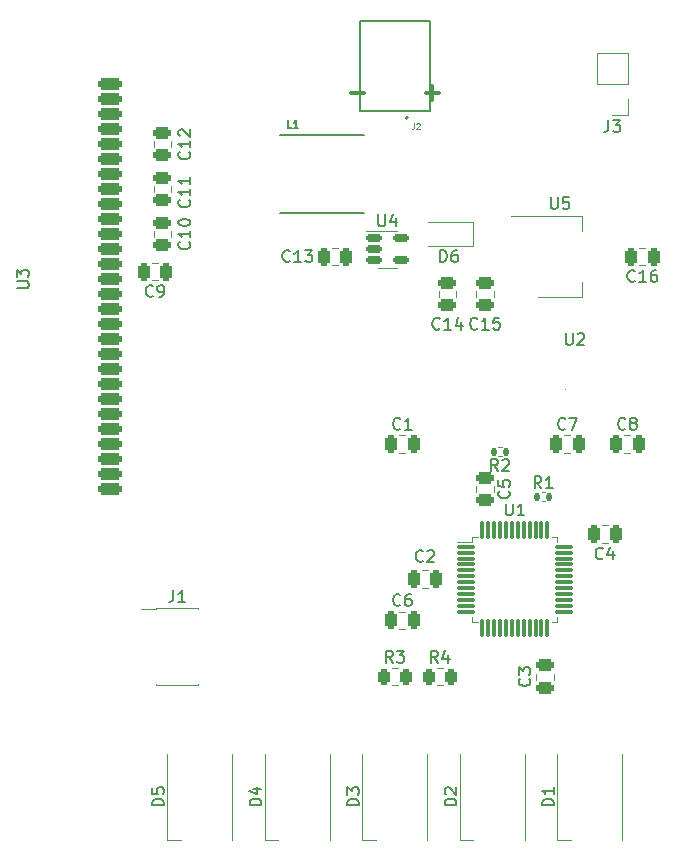
<source format=gto>
%TF.GenerationSoftware,KiCad,Pcbnew,(6.0.2)*%
%TF.CreationDate,2023-04-06T22:37:42-04:00*%
%TF.ProjectId,skydiving-altimeter,736b7964-6976-4696-9e67-2d616c74696d,rev?*%
%TF.SameCoordinates,Original*%
%TF.FileFunction,Legend,Top*%
%TF.FilePolarity,Positive*%
%FSLAX46Y46*%
G04 Gerber Fmt 4.6, Leading zero omitted, Abs format (unit mm)*
G04 Created by KiCad (PCBNEW (6.0.2)) date 2023-04-06 22:37:42*
%MOMM*%
%LPD*%
G01*
G04 APERTURE LIST*
G04 Aperture macros list*
%AMRoundRect*
0 Rectangle with rounded corners*
0 $1 Rounding radius*
0 $2 $3 $4 $5 $6 $7 $8 $9 X,Y pos of 4 corners*
0 Add a 4 corners polygon primitive as box body*
4,1,4,$2,$3,$4,$5,$6,$7,$8,$9,$2,$3,0*
0 Add four circle primitives for the rounded corners*
1,1,$1+$1,$2,$3*
1,1,$1+$1,$4,$5*
1,1,$1+$1,$6,$7*
1,1,$1+$1,$8,$9*
0 Add four rect primitives between the rounded corners*
20,1,$1+$1,$2,$3,$4,$5,0*
20,1,$1+$1,$4,$5,$6,$7,0*
20,1,$1+$1,$6,$7,$8,$9,0*
20,1,$1+$1,$8,$9,$2,$3,0*%
G04 Aperture macros list end*
%ADD10C,0.300000*%
%ADD11C,0.150000*%
%ADD12C,0.120000*%
%ADD13C,0.127000*%
%ADD14C,0.200000*%
%ADD15R,2.000000X1.500000*%
%ADD16R,2.000000X3.800000*%
%ADD17RoundRect,0.150000X-0.512500X-0.150000X0.512500X-0.150000X0.512500X0.150000X-0.512500X0.150000X0*%
%ADD18R,2.350000X3.500000*%
%ADD19R,1.700000X1.700000*%
%ADD20O,1.700000X1.700000*%
%ADD21C,1.308000*%
%ADD22R,1.308000X1.308000*%
%ADD23R,1.100000X1.100000*%
%ADD24RoundRect,0.250000X0.250000X0.475000X-0.250000X0.475000X-0.250000X-0.475000X0.250000X-0.475000X0*%
%ADD25RoundRect,0.250000X-0.475000X0.250000X-0.475000X-0.250000X0.475000X-0.250000X0.475000X0.250000X0*%
%ADD26R,1.000000X1.500000*%
%ADD27RoundRect,0.250000X-0.250000X-0.475000X0.250000X-0.475000X0.250000X0.475000X-0.250000X0.475000X0*%
%ADD28RoundRect,0.135000X-0.135000X-0.185000X0.135000X-0.185000X0.135000X0.185000X-0.135000X0.185000X0*%
%ADD29RoundRect,0.135000X0.135000X0.185000X-0.135000X0.185000X-0.135000X-0.185000X0.135000X-0.185000X0*%
%ADD30RoundRect,0.250000X0.475000X-0.250000X0.475000X0.250000X-0.475000X0.250000X-0.475000X-0.250000X0*%
%ADD31R,0.325000X0.300000*%
%ADD32R,0.300000X0.325000*%
%ADD33RoundRect,0.250000X-0.262500X-0.450000X0.262500X-0.450000X0.262500X0.450000X-0.262500X0.450000X0*%
%ADD34RoundRect,0.075000X-0.662500X-0.075000X0.662500X-0.075000X0.662500X0.075000X-0.662500X0.075000X0*%
%ADD35RoundRect,0.075000X-0.075000X-0.662500X0.075000X-0.662500X0.075000X0.662500X-0.075000X0.662500X0*%
%ADD36RoundRect,0.250000X0.750000X-0.250000X0.750000X0.250000X-0.750000X0.250000X-0.750000X-0.250000X0*%
%ADD37R,2.400000X0.740000*%
G04 APERTURE END LIST*
D10*
X102298571Y-58527142D02*
X103441428Y-58527142D01*
X108648571Y-58527142D02*
X109791428Y-58527142D01*
X109220000Y-59098571D02*
X109220000Y-57955714D01*
D11*
%TO.C,U5*%
X119253095Y-67342380D02*
X119253095Y-68151904D01*
X119300714Y-68247142D01*
X119348333Y-68294761D01*
X119443571Y-68342380D01*
X119634047Y-68342380D01*
X119729285Y-68294761D01*
X119776904Y-68247142D01*
X119824523Y-68151904D01*
X119824523Y-67342380D01*
X120776904Y-67342380D02*
X120300714Y-67342380D01*
X120253095Y-67818571D01*
X120300714Y-67770952D01*
X120395952Y-67723333D01*
X120634047Y-67723333D01*
X120729285Y-67770952D01*
X120776904Y-67818571D01*
X120824523Y-67913809D01*
X120824523Y-68151904D01*
X120776904Y-68247142D01*
X120729285Y-68294761D01*
X120634047Y-68342380D01*
X120395952Y-68342380D01*
X120300714Y-68294761D01*
X120253095Y-68247142D01*
%TO.C,U4*%
X104648095Y-68807380D02*
X104648095Y-69616904D01*
X104695714Y-69712142D01*
X104743333Y-69759761D01*
X104838571Y-69807380D01*
X105029047Y-69807380D01*
X105124285Y-69759761D01*
X105171904Y-69712142D01*
X105219523Y-69616904D01*
X105219523Y-68807380D01*
X106124285Y-69140714D02*
X106124285Y-69807380D01*
X105886190Y-68759761D02*
X105648095Y-69474047D01*
X106267142Y-69474047D01*
%TO.C,L1*%
X97320333Y-61488123D02*
X97015571Y-61488123D01*
X97015571Y-60848123D01*
X97868904Y-61488123D02*
X97503190Y-61488123D01*
X97686047Y-61488123D02*
X97686047Y-60848123D01*
X97625095Y-60939552D01*
X97564142Y-61000504D01*
X97503190Y-61030980D01*
%TO.C,J3*%
X124126666Y-60837380D02*
X124126666Y-61551666D01*
X124079047Y-61694523D01*
X123983809Y-61789761D01*
X123840952Y-61837380D01*
X123745714Y-61837380D01*
X124507619Y-60837380D02*
X125126666Y-60837380D01*
X124793333Y-61218333D01*
X124936190Y-61218333D01*
X125031428Y-61265952D01*
X125079047Y-61313571D01*
X125126666Y-61408809D01*
X125126666Y-61646904D01*
X125079047Y-61742142D01*
X125031428Y-61789761D01*
X124936190Y-61837380D01*
X124650476Y-61837380D01*
X124555238Y-61789761D01*
X124507619Y-61742142D01*
D12*
%TO.C,J2*%
X107661000Y-61104442D02*
X107661000Y-61447300D01*
X107638142Y-61515871D01*
X107592428Y-61561585D01*
X107523857Y-61584442D01*
X107478142Y-61584442D01*
X107866714Y-61150157D02*
X107889571Y-61127300D01*
X107935285Y-61104442D01*
X108049571Y-61104442D01*
X108095285Y-61127300D01*
X108118142Y-61150157D01*
X108141000Y-61195871D01*
X108141000Y-61241585D01*
X108118142Y-61310157D01*
X107843857Y-61584442D01*
X108141000Y-61584442D01*
D11*
%TO.C,D6*%
X109878904Y-72842380D02*
X109878904Y-71842380D01*
X110117000Y-71842380D01*
X110259857Y-71890000D01*
X110355095Y-71985238D01*
X110402714Y-72080476D01*
X110450333Y-72270952D01*
X110450333Y-72413809D01*
X110402714Y-72604285D01*
X110355095Y-72699523D01*
X110259857Y-72794761D01*
X110117000Y-72842380D01*
X109878904Y-72842380D01*
X111307476Y-71842380D02*
X111117000Y-71842380D01*
X111021761Y-71890000D01*
X110974142Y-71937619D01*
X110878904Y-72080476D01*
X110831285Y-72270952D01*
X110831285Y-72651904D01*
X110878904Y-72747142D01*
X110926523Y-72794761D01*
X111021761Y-72842380D01*
X111212238Y-72842380D01*
X111307476Y-72794761D01*
X111355095Y-72747142D01*
X111402714Y-72651904D01*
X111402714Y-72413809D01*
X111355095Y-72318571D01*
X111307476Y-72270952D01*
X111212238Y-72223333D01*
X111021761Y-72223333D01*
X110926523Y-72270952D01*
X110878904Y-72318571D01*
X110831285Y-72413809D01*
%TO.C,C16*%
X126357142Y-74427142D02*
X126309523Y-74474761D01*
X126166666Y-74522380D01*
X126071428Y-74522380D01*
X125928571Y-74474761D01*
X125833333Y-74379523D01*
X125785714Y-74284285D01*
X125738095Y-74093809D01*
X125738095Y-73950952D01*
X125785714Y-73760476D01*
X125833333Y-73665238D01*
X125928571Y-73570000D01*
X126071428Y-73522380D01*
X126166666Y-73522380D01*
X126309523Y-73570000D01*
X126357142Y-73617619D01*
X127309523Y-74522380D02*
X126738095Y-74522380D01*
X127023809Y-74522380D02*
X127023809Y-73522380D01*
X126928571Y-73665238D01*
X126833333Y-73760476D01*
X126738095Y-73808095D01*
X128166666Y-73522380D02*
X127976190Y-73522380D01*
X127880952Y-73570000D01*
X127833333Y-73617619D01*
X127738095Y-73760476D01*
X127690476Y-73950952D01*
X127690476Y-74331904D01*
X127738095Y-74427142D01*
X127785714Y-74474761D01*
X127880952Y-74522380D01*
X128071428Y-74522380D01*
X128166666Y-74474761D01*
X128214285Y-74427142D01*
X128261904Y-74331904D01*
X128261904Y-74093809D01*
X128214285Y-73998571D01*
X128166666Y-73950952D01*
X128071428Y-73903333D01*
X127880952Y-73903333D01*
X127785714Y-73950952D01*
X127738095Y-73998571D01*
X127690476Y-74093809D01*
%TO.C,C15*%
X113022142Y-78462142D02*
X112974523Y-78509761D01*
X112831666Y-78557380D01*
X112736428Y-78557380D01*
X112593571Y-78509761D01*
X112498333Y-78414523D01*
X112450714Y-78319285D01*
X112403095Y-78128809D01*
X112403095Y-77985952D01*
X112450714Y-77795476D01*
X112498333Y-77700238D01*
X112593571Y-77605000D01*
X112736428Y-77557380D01*
X112831666Y-77557380D01*
X112974523Y-77605000D01*
X113022142Y-77652619D01*
X113974523Y-78557380D02*
X113403095Y-78557380D01*
X113688809Y-78557380D02*
X113688809Y-77557380D01*
X113593571Y-77700238D01*
X113498333Y-77795476D01*
X113403095Y-77843095D01*
X114879285Y-77557380D02*
X114403095Y-77557380D01*
X114355476Y-78033571D01*
X114403095Y-77985952D01*
X114498333Y-77938333D01*
X114736428Y-77938333D01*
X114831666Y-77985952D01*
X114879285Y-78033571D01*
X114926904Y-78128809D01*
X114926904Y-78366904D01*
X114879285Y-78462142D01*
X114831666Y-78509761D01*
X114736428Y-78557380D01*
X114498333Y-78557380D01*
X114403095Y-78509761D01*
X114355476Y-78462142D01*
%TO.C,C14*%
X109847142Y-78462142D02*
X109799523Y-78509761D01*
X109656666Y-78557380D01*
X109561428Y-78557380D01*
X109418571Y-78509761D01*
X109323333Y-78414523D01*
X109275714Y-78319285D01*
X109228095Y-78128809D01*
X109228095Y-77985952D01*
X109275714Y-77795476D01*
X109323333Y-77700238D01*
X109418571Y-77605000D01*
X109561428Y-77557380D01*
X109656666Y-77557380D01*
X109799523Y-77605000D01*
X109847142Y-77652619D01*
X110799523Y-78557380D02*
X110228095Y-78557380D01*
X110513809Y-78557380D02*
X110513809Y-77557380D01*
X110418571Y-77700238D01*
X110323333Y-77795476D01*
X110228095Y-77843095D01*
X111656666Y-77890714D02*
X111656666Y-78557380D01*
X111418571Y-77509761D02*
X111180476Y-78224047D01*
X111799523Y-78224047D01*
%TO.C,C13*%
X97147142Y-72747142D02*
X97099523Y-72794761D01*
X96956666Y-72842380D01*
X96861428Y-72842380D01*
X96718571Y-72794761D01*
X96623333Y-72699523D01*
X96575714Y-72604285D01*
X96528095Y-72413809D01*
X96528095Y-72270952D01*
X96575714Y-72080476D01*
X96623333Y-71985238D01*
X96718571Y-71890000D01*
X96861428Y-71842380D01*
X96956666Y-71842380D01*
X97099523Y-71890000D01*
X97147142Y-71937619D01*
X98099523Y-72842380D02*
X97528095Y-72842380D01*
X97813809Y-72842380D02*
X97813809Y-71842380D01*
X97718571Y-71985238D01*
X97623333Y-72080476D01*
X97528095Y-72128095D01*
X98432857Y-71842380D02*
X99051904Y-71842380D01*
X98718571Y-72223333D01*
X98861428Y-72223333D01*
X98956666Y-72270952D01*
X99004285Y-72318571D01*
X99051904Y-72413809D01*
X99051904Y-72651904D01*
X99004285Y-72747142D01*
X98956666Y-72794761D01*
X98861428Y-72842380D01*
X98575714Y-72842380D01*
X98480476Y-72794761D01*
X98432857Y-72747142D01*
%TO.C,D1*%
X119507380Y-118848095D02*
X118507380Y-118848095D01*
X118507380Y-118610000D01*
X118555000Y-118467142D01*
X118650238Y-118371904D01*
X118745476Y-118324285D01*
X118935952Y-118276666D01*
X119078809Y-118276666D01*
X119269285Y-118324285D01*
X119364523Y-118371904D01*
X119459761Y-118467142D01*
X119507380Y-118610000D01*
X119507380Y-118848095D01*
X119507380Y-117324285D02*
X119507380Y-117895714D01*
X119507380Y-117610000D02*
X118507380Y-117610000D01*
X118650238Y-117705238D01*
X118745476Y-117800476D01*
X118793095Y-117895714D01*
%TO.C,C4*%
X123658333Y-97922142D02*
X123610714Y-97969761D01*
X123467857Y-98017380D01*
X123372619Y-98017380D01*
X123229761Y-97969761D01*
X123134523Y-97874523D01*
X123086904Y-97779285D01*
X123039285Y-97588809D01*
X123039285Y-97445952D01*
X123086904Y-97255476D01*
X123134523Y-97160238D01*
X123229761Y-97065000D01*
X123372619Y-97017380D01*
X123467857Y-97017380D01*
X123610714Y-97065000D01*
X123658333Y-97112619D01*
X124515476Y-97350714D02*
X124515476Y-98017380D01*
X124277380Y-96969761D02*
X124039285Y-97684047D01*
X124658333Y-97684047D01*
%TO.C,C1*%
X106513333Y-86942142D02*
X106465714Y-86989761D01*
X106322857Y-87037380D01*
X106227619Y-87037380D01*
X106084761Y-86989761D01*
X105989523Y-86894523D01*
X105941904Y-86799285D01*
X105894285Y-86608809D01*
X105894285Y-86465952D01*
X105941904Y-86275476D01*
X105989523Y-86180238D01*
X106084761Y-86085000D01*
X106227619Y-86037380D01*
X106322857Y-86037380D01*
X106465714Y-86085000D01*
X106513333Y-86132619D01*
X107465714Y-87037380D02*
X106894285Y-87037380D01*
X107180000Y-87037380D02*
X107180000Y-86037380D01*
X107084761Y-86180238D01*
X106989523Y-86275476D01*
X106894285Y-86323095D01*
%TO.C,R1*%
X118453333Y-91992380D02*
X118120000Y-91516190D01*
X117881904Y-91992380D02*
X117881904Y-90992380D01*
X118262857Y-90992380D01*
X118358095Y-91040000D01*
X118405714Y-91087619D01*
X118453333Y-91182857D01*
X118453333Y-91325714D01*
X118405714Y-91420952D01*
X118358095Y-91468571D01*
X118262857Y-91516190D01*
X117881904Y-91516190D01*
X119405714Y-91992380D02*
X118834285Y-91992380D01*
X119120000Y-91992380D02*
X119120000Y-90992380D01*
X119024761Y-91135238D01*
X118929523Y-91230476D01*
X118834285Y-91278095D01*
%TO.C,R2*%
X114768333Y-90522380D02*
X114435000Y-90046190D01*
X114196904Y-90522380D02*
X114196904Y-89522380D01*
X114577857Y-89522380D01*
X114673095Y-89570000D01*
X114720714Y-89617619D01*
X114768333Y-89712857D01*
X114768333Y-89855714D01*
X114720714Y-89950952D01*
X114673095Y-89998571D01*
X114577857Y-90046190D01*
X114196904Y-90046190D01*
X115149285Y-89617619D02*
X115196904Y-89570000D01*
X115292142Y-89522380D01*
X115530238Y-89522380D01*
X115625476Y-89570000D01*
X115673095Y-89617619D01*
X115720714Y-89712857D01*
X115720714Y-89808095D01*
X115673095Y-89950952D01*
X115101666Y-90522380D01*
X115720714Y-90522380D01*
%TO.C,C11*%
X88622142Y-67579109D02*
X88669761Y-67626728D01*
X88717380Y-67769585D01*
X88717380Y-67864823D01*
X88669761Y-68007680D01*
X88574523Y-68102918D01*
X88479285Y-68150537D01*
X88288809Y-68198156D01*
X88145952Y-68198156D01*
X87955476Y-68150537D01*
X87860238Y-68102918D01*
X87765000Y-68007680D01*
X87717380Y-67864823D01*
X87717380Y-67769585D01*
X87765000Y-67626728D01*
X87812619Y-67579109D01*
X88717380Y-66626728D02*
X88717380Y-67198156D01*
X88717380Y-66912442D02*
X87717380Y-66912442D01*
X87860238Y-67007680D01*
X87955476Y-67102918D01*
X88003095Y-67198156D01*
X88717380Y-65674347D02*
X88717380Y-66245775D01*
X88717380Y-65960061D02*
X87717380Y-65960061D01*
X87860238Y-66055299D01*
X87955476Y-66150537D01*
X88003095Y-66245775D01*
%TO.C,C10*%
X88622142Y-71127857D02*
X88669761Y-71175476D01*
X88717380Y-71318333D01*
X88717380Y-71413571D01*
X88669761Y-71556428D01*
X88574523Y-71651666D01*
X88479285Y-71699285D01*
X88288809Y-71746904D01*
X88145952Y-71746904D01*
X87955476Y-71699285D01*
X87860238Y-71651666D01*
X87765000Y-71556428D01*
X87717380Y-71413571D01*
X87717380Y-71318333D01*
X87765000Y-71175476D01*
X87812619Y-71127857D01*
X88717380Y-70175476D02*
X88717380Y-70746904D01*
X88717380Y-70461190D02*
X87717380Y-70461190D01*
X87860238Y-70556428D01*
X87955476Y-70651666D01*
X88003095Y-70746904D01*
X87717380Y-69556428D02*
X87717380Y-69461190D01*
X87765000Y-69365952D01*
X87812619Y-69318333D01*
X87907857Y-69270714D01*
X88098333Y-69223095D01*
X88336428Y-69223095D01*
X88526904Y-69270714D01*
X88622142Y-69318333D01*
X88669761Y-69365952D01*
X88717380Y-69461190D01*
X88717380Y-69556428D01*
X88669761Y-69651666D01*
X88622142Y-69699285D01*
X88526904Y-69746904D01*
X88336428Y-69794523D01*
X88098333Y-69794523D01*
X87907857Y-69746904D01*
X87812619Y-69699285D01*
X87765000Y-69651666D01*
X87717380Y-69556428D01*
%TO.C,C12*%
X88622142Y-63507857D02*
X88669761Y-63555476D01*
X88717380Y-63698333D01*
X88717380Y-63793571D01*
X88669761Y-63936428D01*
X88574523Y-64031666D01*
X88479285Y-64079285D01*
X88288809Y-64126904D01*
X88145952Y-64126904D01*
X87955476Y-64079285D01*
X87860238Y-64031666D01*
X87765000Y-63936428D01*
X87717380Y-63793571D01*
X87717380Y-63698333D01*
X87765000Y-63555476D01*
X87812619Y-63507857D01*
X88717380Y-62555476D02*
X88717380Y-63126904D01*
X88717380Y-62841190D02*
X87717380Y-62841190D01*
X87860238Y-62936428D01*
X87955476Y-63031666D01*
X88003095Y-63126904D01*
X87812619Y-62174523D02*
X87765000Y-62126904D01*
X87717380Y-62031666D01*
X87717380Y-61793571D01*
X87765000Y-61698333D01*
X87812619Y-61650714D01*
X87907857Y-61603095D01*
X88003095Y-61603095D01*
X88145952Y-61650714D01*
X88717380Y-62222142D01*
X88717380Y-61603095D01*
%TO.C,C2*%
X108418333Y-98147142D02*
X108370714Y-98194761D01*
X108227857Y-98242380D01*
X108132619Y-98242380D01*
X107989761Y-98194761D01*
X107894523Y-98099523D01*
X107846904Y-98004285D01*
X107799285Y-97813809D01*
X107799285Y-97670952D01*
X107846904Y-97480476D01*
X107894523Y-97385238D01*
X107989761Y-97290000D01*
X108132619Y-97242380D01*
X108227857Y-97242380D01*
X108370714Y-97290000D01*
X108418333Y-97337619D01*
X108799285Y-97337619D02*
X108846904Y-97290000D01*
X108942142Y-97242380D01*
X109180238Y-97242380D01*
X109275476Y-97290000D01*
X109323095Y-97337619D01*
X109370714Y-97432857D01*
X109370714Y-97528095D01*
X109323095Y-97670952D01*
X108751666Y-98242380D01*
X109370714Y-98242380D01*
%TO.C,U2*%
X120523095Y-78851380D02*
X120523095Y-79660904D01*
X120570714Y-79756142D01*
X120618333Y-79803761D01*
X120713571Y-79851380D01*
X120904047Y-79851380D01*
X120999285Y-79803761D01*
X121046904Y-79756142D01*
X121094523Y-79660904D01*
X121094523Y-78851380D01*
X121523095Y-78946619D02*
X121570714Y-78899000D01*
X121665952Y-78851380D01*
X121904047Y-78851380D01*
X121999285Y-78899000D01*
X122046904Y-78946619D01*
X122094523Y-79041857D01*
X122094523Y-79137095D01*
X122046904Y-79279952D01*
X121475476Y-79851380D01*
X122094523Y-79851380D01*
%TO.C,D4*%
X94742380Y-118848095D02*
X93742380Y-118848095D01*
X93742380Y-118610000D01*
X93790000Y-118467142D01*
X93885238Y-118371904D01*
X93980476Y-118324285D01*
X94170952Y-118276666D01*
X94313809Y-118276666D01*
X94504285Y-118324285D01*
X94599523Y-118371904D01*
X94694761Y-118467142D01*
X94742380Y-118610000D01*
X94742380Y-118848095D01*
X94075714Y-117419523D02*
X94742380Y-117419523D01*
X93694761Y-117657619D02*
X94409047Y-117895714D01*
X94409047Y-117276666D01*
%TO.C,R4*%
X109688333Y-106752380D02*
X109355000Y-106276190D01*
X109116904Y-106752380D02*
X109116904Y-105752380D01*
X109497857Y-105752380D01*
X109593095Y-105800000D01*
X109640714Y-105847619D01*
X109688333Y-105942857D01*
X109688333Y-106085714D01*
X109640714Y-106180952D01*
X109593095Y-106228571D01*
X109497857Y-106276190D01*
X109116904Y-106276190D01*
X110545476Y-106085714D02*
X110545476Y-106752380D01*
X110307380Y-105704761D02*
X110069285Y-106419047D01*
X110688333Y-106419047D01*
%TO.C,D5*%
X86487380Y-118848095D02*
X85487380Y-118848095D01*
X85487380Y-118610000D01*
X85535000Y-118467142D01*
X85630238Y-118371904D01*
X85725476Y-118324285D01*
X85915952Y-118276666D01*
X86058809Y-118276666D01*
X86249285Y-118324285D01*
X86344523Y-118371904D01*
X86439761Y-118467142D01*
X86487380Y-118610000D01*
X86487380Y-118848095D01*
X85487380Y-117371904D02*
X85487380Y-117848095D01*
X85963571Y-117895714D01*
X85915952Y-117848095D01*
X85868333Y-117752857D01*
X85868333Y-117514761D01*
X85915952Y-117419523D01*
X85963571Y-117371904D01*
X86058809Y-117324285D01*
X86296904Y-117324285D01*
X86392142Y-117371904D01*
X86439761Y-117419523D01*
X86487380Y-117514761D01*
X86487380Y-117752857D01*
X86439761Y-117848095D01*
X86392142Y-117895714D01*
%TO.C,C6*%
X106513333Y-101867142D02*
X106465714Y-101914761D01*
X106322857Y-101962380D01*
X106227619Y-101962380D01*
X106084761Y-101914761D01*
X105989523Y-101819523D01*
X105941904Y-101724285D01*
X105894285Y-101533809D01*
X105894285Y-101390952D01*
X105941904Y-101200476D01*
X105989523Y-101105238D01*
X106084761Y-101010000D01*
X106227619Y-100962380D01*
X106322857Y-100962380D01*
X106465714Y-101010000D01*
X106513333Y-101057619D01*
X107370476Y-100962380D02*
X107180000Y-100962380D01*
X107084761Y-101010000D01*
X107037142Y-101057619D01*
X106941904Y-101200476D01*
X106894285Y-101390952D01*
X106894285Y-101771904D01*
X106941904Y-101867142D01*
X106989523Y-101914761D01*
X107084761Y-101962380D01*
X107275238Y-101962380D01*
X107370476Y-101914761D01*
X107418095Y-101867142D01*
X107465714Y-101771904D01*
X107465714Y-101533809D01*
X107418095Y-101438571D01*
X107370476Y-101390952D01*
X107275238Y-101343333D01*
X107084761Y-101343333D01*
X106989523Y-101390952D01*
X106941904Y-101438571D01*
X106894285Y-101533809D01*
%TO.C,D2*%
X111252380Y-118848095D02*
X110252380Y-118848095D01*
X110252380Y-118610000D01*
X110300000Y-118467142D01*
X110395238Y-118371904D01*
X110490476Y-118324285D01*
X110680952Y-118276666D01*
X110823809Y-118276666D01*
X111014285Y-118324285D01*
X111109523Y-118371904D01*
X111204761Y-118467142D01*
X111252380Y-118610000D01*
X111252380Y-118848095D01*
X110347619Y-117895714D02*
X110300000Y-117848095D01*
X110252380Y-117752857D01*
X110252380Y-117514761D01*
X110300000Y-117419523D01*
X110347619Y-117371904D01*
X110442857Y-117324285D01*
X110538095Y-117324285D01*
X110680952Y-117371904D01*
X111252380Y-117943333D01*
X111252380Y-117324285D01*
%TO.C,C7*%
X120483333Y-86942142D02*
X120435714Y-86989761D01*
X120292857Y-87037380D01*
X120197619Y-87037380D01*
X120054761Y-86989761D01*
X119959523Y-86894523D01*
X119911904Y-86799285D01*
X119864285Y-86608809D01*
X119864285Y-86465952D01*
X119911904Y-86275476D01*
X119959523Y-86180238D01*
X120054761Y-86085000D01*
X120197619Y-86037380D01*
X120292857Y-86037380D01*
X120435714Y-86085000D01*
X120483333Y-86132619D01*
X120816666Y-86037380D02*
X121483333Y-86037380D01*
X121054761Y-87037380D01*
%TO.C,C5*%
X115702142Y-92241666D02*
X115749761Y-92289285D01*
X115797380Y-92432142D01*
X115797380Y-92527380D01*
X115749761Y-92670238D01*
X115654523Y-92765476D01*
X115559285Y-92813095D01*
X115368809Y-92860714D01*
X115225952Y-92860714D01*
X115035476Y-92813095D01*
X114940238Y-92765476D01*
X114845000Y-92670238D01*
X114797380Y-92527380D01*
X114797380Y-92432142D01*
X114845000Y-92289285D01*
X114892619Y-92241666D01*
X114797380Y-91336904D02*
X114797380Y-91813095D01*
X115273571Y-91860714D01*
X115225952Y-91813095D01*
X115178333Y-91717857D01*
X115178333Y-91479761D01*
X115225952Y-91384523D01*
X115273571Y-91336904D01*
X115368809Y-91289285D01*
X115606904Y-91289285D01*
X115702142Y-91336904D01*
X115749761Y-91384523D01*
X115797380Y-91479761D01*
X115797380Y-91717857D01*
X115749761Y-91813095D01*
X115702142Y-91860714D01*
%TO.C,U1*%
X115443095Y-93297380D02*
X115443095Y-94106904D01*
X115490714Y-94202142D01*
X115538333Y-94249761D01*
X115633571Y-94297380D01*
X115824047Y-94297380D01*
X115919285Y-94249761D01*
X115966904Y-94202142D01*
X116014523Y-94106904D01*
X116014523Y-93297380D01*
X117014523Y-94297380D02*
X116443095Y-94297380D01*
X116728809Y-94297380D02*
X116728809Y-93297380D01*
X116633571Y-93440238D01*
X116538333Y-93535476D01*
X116443095Y-93583095D01*
%TO.C,U3*%
X74049380Y-75056904D02*
X74858904Y-75056904D01*
X74954142Y-75009285D01*
X75001761Y-74961666D01*
X75049380Y-74866428D01*
X75049380Y-74675952D01*
X75001761Y-74580714D01*
X74954142Y-74533095D01*
X74858904Y-74485476D01*
X74049380Y-74485476D01*
X74049380Y-74104523D02*
X74049380Y-73485476D01*
X74430333Y-73818809D01*
X74430333Y-73675952D01*
X74477952Y-73580714D01*
X74525571Y-73533095D01*
X74620809Y-73485476D01*
X74858904Y-73485476D01*
X74954142Y-73533095D01*
X75001761Y-73580714D01*
X75049380Y-73675952D01*
X75049380Y-73961666D01*
X75001761Y-74056904D01*
X74954142Y-74104523D01*
%TO.C,J1*%
X87296666Y-100627380D02*
X87296666Y-101341666D01*
X87249047Y-101484523D01*
X87153809Y-101579761D01*
X87010952Y-101627380D01*
X86915714Y-101627380D01*
X88296666Y-101627380D02*
X87725238Y-101627380D01*
X88010952Y-101627380D02*
X88010952Y-100627380D01*
X87915714Y-100770238D01*
X87820476Y-100865476D01*
X87725238Y-100913095D01*
%TO.C,R3*%
X105878333Y-106752380D02*
X105545000Y-106276190D01*
X105306904Y-106752380D02*
X105306904Y-105752380D01*
X105687857Y-105752380D01*
X105783095Y-105800000D01*
X105830714Y-105847619D01*
X105878333Y-105942857D01*
X105878333Y-106085714D01*
X105830714Y-106180952D01*
X105783095Y-106228571D01*
X105687857Y-106276190D01*
X105306904Y-106276190D01*
X106211666Y-105752380D02*
X106830714Y-105752380D01*
X106497380Y-106133333D01*
X106640238Y-106133333D01*
X106735476Y-106180952D01*
X106783095Y-106228571D01*
X106830714Y-106323809D01*
X106830714Y-106561904D01*
X106783095Y-106657142D01*
X106735476Y-106704761D01*
X106640238Y-106752380D01*
X106354523Y-106752380D01*
X106259285Y-106704761D01*
X106211666Y-106657142D01*
%TO.C,C9*%
X85558333Y-75697142D02*
X85510714Y-75744761D01*
X85367857Y-75792380D01*
X85272619Y-75792380D01*
X85129761Y-75744761D01*
X85034523Y-75649523D01*
X84986904Y-75554285D01*
X84939285Y-75363809D01*
X84939285Y-75220952D01*
X84986904Y-75030476D01*
X85034523Y-74935238D01*
X85129761Y-74840000D01*
X85272619Y-74792380D01*
X85367857Y-74792380D01*
X85510714Y-74840000D01*
X85558333Y-74887619D01*
X86034523Y-75792380D02*
X86225000Y-75792380D01*
X86320238Y-75744761D01*
X86367857Y-75697142D01*
X86463095Y-75554285D01*
X86510714Y-75363809D01*
X86510714Y-74982857D01*
X86463095Y-74887619D01*
X86415476Y-74840000D01*
X86320238Y-74792380D01*
X86129761Y-74792380D01*
X86034523Y-74840000D01*
X85986904Y-74887619D01*
X85939285Y-74982857D01*
X85939285Y-75220952D01*
X85986904Y-75316190D01*
X86034523Y-75363809D01*
X86129761Y-75411428D01*
X86320238Y-75411428D01*
X86415476Y-75363809D01*
X86463095Y-75316190D01*
X86510714Y-75220952D01*
%TO.C,C3*%
X117422142Y-108116666D02*
X117469761Y-108164285D01*
X117517380Y-108307142D01*
X117517380Y-108402380D01*
X117469761Y-108545238D01*
X117374523Y-108640476D01*
X117279285Y-108688095D01*
X117088809Y-108735714D01*
X116945952Y-108735714D01*
X116755476Y-108688095D01*
X116660238Y-108640476D01*
X116565000Y-108545238D01*
X116517380Y-108402380D01*
X116517380Y-108307142D01*
X116565000Y-108164285D01*
X116612619Y-108116666D01*
X116517380Y-107783333D02*
X116517380Y-107164285D01*
X116898333Y-107497619D01*
X116898333Y-107354761D01*
X116945952Y-107259523D01*
X116993571Y-107211904D01*
X117088809Y-107164285D01*
X117326904Y-107164285D01*
X117422142Y-107211904D01*
X117469761Y-107259523D01*
X117517380Y-107354761D01*
X117517380Y-107640476D01*
X117469761Y-107735714D01*
X117422142Y-107783333D01*
%TO.C,D3*%
X102997380Y-118848095D02*
X101997380Y-118848095D01*
X101997380Y-118610000D01*
X102045000Y-118467142D01*
X102140238Y-118371904D01*
X102235476Y-118324285D01*
X102425952Y-118276666D01*
X102568809Y-118276666D01*
X102759285Y-118324285D01*
X102854523Y-118371904D01*
X102949761Y-118467142D01*
X102997380Y-118610000D01*
X102997380Y-118848095D01*
X101997380Y-117943333D02*
X101997380Y-117324285D01*
X102378333Y-117657619D01*
X102378333Y-117514761D01*
X102425952Y-117419523D01*
X102473571Y-117371904D01*
X102568809Y-117324285D01*
X102806904Y-117324285D01*
X102902142Y-117371904D01*
X102949761Y-117419523D01*
X102997380Y-117514761D01*
X102997380Y-117800476D01*
X102949761Y-117895714D01*
X102902142Y-117943333D01*
%TO.C,C8*%
X125563333Y-86942142D02*
X125515714Y-86989761D01*
X125372857Y-87037380D01*
X125277619Y-87037380D01*
X125134761Y-86989761D01*
X125039523Y-86894523D01*
X124991904Y-86799285D01*
X124944285Y-86608809D01*
X124944285Y-86465952D01*
X124991904Y-86275476D01*
X125039523Y-86180238D01*
X125134761Y-86085000D01*
X125277619Y-86037380D01*
X125372857Y-86037380D01*
X125515714Y-86085000D01*
X125563333Y-86132619D01*
X126134761Y-86465952D02*
X126039523Y-86418333D01*
X125991904Y-86370714D01*
X125944285Y-86275476D01*
X125944285Y-86227857D01*
X125991904Y-86132619D01*
X126039523Y-86085000D01*
X126134761Y-86037380D01*
X126325238Y-86037380D01*
X126420476Y-86085000D01*
X126468095Y-86132619D01*
X126515714Y-86227857D01*
X126515714Y-86275476D01*
X126468095Y-86370714D01*
X126420476Y-86418333D01*
X126325238Y-86465952D01*
X126134761Y-86465952D01*
X126039523Y-86513571D01*
X125991904Y-86561190D01*
X125944285Y-86656428D01*
X125944285Y-86846904D01*
X125991904Y-86942142D01*
X126039523Y-86989761D01*
X126134761Y-87037380D01*
X126325238Y-87037380D01*
X126420476Y-86989761D01*
X126468095Y-86942142D01*
X126515714Y-86846904D01*
X126515714Y-86656428D01*
X126468095Y-86561190D01*
X126420476Y-86513571D01*
X126325238Y-86465952D01*
D12*
%TO.C,U5*%
X115915000Y-68980000D02*
X121925000Y-68980000D01*
X121925000Y-68980000D02*
X121925000Y-70240000D01*
X121925000Y-75800000D02*
X121925000Y-74540000D01*
X118165000Y-75800000D02*
X121925000Y-75800000D01*
%TO.C,U4*%
X105410000Y-73315000D02*
X104610000Y-73315000D01*
X105410000Y-70195000D02*
X103610000Y-70195000D01*
X105410000Y-70195000D02*
X106210000Y-70195000D01*
X105410000Y-73315000D02*
X106210000Y-73315000D01*
D13*
%TO.C,L1*%
X96295000Y-62105000D02*
X103395000Y-62105000D01*
X96295000Y-68705000D02*
X103395000Y-68705000D01*
D12*
%TO.C,J3*%
X125790000Y-59055000D02*
X125790000Y-60385000D01*
X125790000Y-55185000D02*
X123130000Y-55185000D01*
X125790000Y-57785000D02*
X125790000Y-55185000D01*
X125790000Y-57785000D02*
X123130000Y-57785000D01*
X125790000Y-60385000D02*
X124460000Y-60385000D01*
X123130000Y-57785000D02*
X123130000Y-55185000D01*
D13*
%TO.C,J2*%
X108995000Y-60077500D02*
X103095000Y-60077500D01*
X103095000Y-60077500D02*
X103095000Y-52477500D01*
X108995000Y-52477500D02*
X108995000Y-60077500D01*
D14*
X107145000Y-60627500D02*
G75*
G03*
X107145000Y-60627500I-100000J0D01*
G01*
D13*
X103095000Y-52477500D02*
X108995000Y-52477500D01*
D12*
%TO.C,D6*%
X112690000Y-71485000D02*
X108840000Y-71485000D01*
X112690000Y-69485000D02*
X108840000Y-69485000D01*
X112690000Y-71485000D02*
X112690000Y-69485000D01*
%TO.C,C16*%
X127261252Y-71655000D02*
X126738748Y-71655000D01*
X127261252Y-73125000D02*
X126738748Y-73125000D01*
%TO.C,C15*%
X112930000Y-75303748D02*
X112930000Y-75826252D01*
X114400000Y-75303748D02*
X114400000Y-75826252D01*
%TO.C,C14*%
X109755000Y-75303748D02*
X109755000Y-75826252D01*
X111225000Y-75303748D02*
X111225000Y-75826252D01*
%TO.C,C13*%
X101226252Y-71655000D02*
X100703748Y-71655000D01*
X101226252Y-73125000D02*
X100703748Y-73125000D01*
%TO.C,D1*%
X119805000Y-121760000D02*
X119805000Y-114460000D01*
X120955000Y-121760000D02*
X119805000Y-121760000D01*
X125305000Y-121760000D02*
X125305000Y-114460000D01*
%TO.C,C4*%
X124086252Y-96620000D02*
X123563748Y-96620000D01*
X124086252Y-95150000D02*
X123563748Y-95150000D01*
%TO.C,C1*%
X106418748Y-89000000D02*
X106941252Y-89000000D01*
X106418748Y-87530000D02*
X106941252Y-87530000D01*
%TO.C,R1*%
X118466359Y-92330000D02*
X118773641Y-92330000D01*
X118466359Y-93090000D02*
X118773641Y-93090000D01*
%TO.C,R2*%
X115088641Y-89280000D02*
X114781359Y-89280000D01*
X115088641Y-88520000D02*
X114781359Y-88520000D01*
%TO.C,C11*%
X85625000Y-66936252D02*
X85625000Y-66413748D01*
X87095000Y-66936252D02*
X87095000Y-66413748D01*
%TO.C,C10*%
X87095000Y-70746252D02*
X87095000Y-70223748D01*
X85625000Y-70746252D02*
X85625000Y-70223748D01*
%TO.C,C12*%
X85625000Y-63126252D02*
X85625000Y-62603748D01*
X87095000Y-63126252D02*
X87095000Y-62603748D01*
%TO.C,C2*%
X108846252Y-98960000D02*
X108323748Y-98960000D01*
X108846252Y-100430000D02*
X108323748Y-100430000D01*
%TO.C,U2*%
X120485001Y-83655000D02*
G75*
G03*
X120485001Y-83655000I-1J0D01*
G01*
%TO.C,D4*%
X100540000Y-121760000D02*
X100540000Y-114460000D01*
X96190000Y-121760000D02*
X95040000Y-121760000D01*
X95040000Y-121760000D02*
X95040000Y-114460000D01*
%TO.C,R4*%
X109627936Y-107215000D02*
X110082064Y-107215000D01*
X109627936Y-108685000D02*
X110082064Y-108685000D01*
%TO.C,D5*%
X86785000Y-121760000D02*
X86785000Y-114460000D01*
X92285000Y-121760000D02*
X92285000Y-114460000D01*
X87935000Y-121760000D02*
X86785000Y-121760000D01*
%TO.C,C6*%
X106418748Y-102455000D02*
X106941252Y-102455000D01*
X106418748Y-103925000D02*
X106941252Y-103925000D01*
%TO.C,D2*%
X111550000Y-121760000D02*
X111550000Y-114460000D01*
X112700000Y-121760000D02*
X111550000Y-121760000D01*
X117050000Y-121760000D02*
X117050000Y-114460000D01*
%TO.C,C7*%
X120388748Y-87530000D02*
X120911252Y-87530000D01*
X120388748Y-89000000D02*
X120911252Y-89000000D01*
%TO.C,C5*%
X114400000Y-91813748D02*
X114400000Y-92336252D01*
X112930000Y-91813748D02*
X112930000Y-92336252D01*
%TO.C,U1*%
X119815000Y-96085000D02*
X119815000Y-96535000D01*
X112595000Y-96535000D02*
X111305000Y-96535000D01*
X119365000Y-96085000D02*
X119815000Y-96085000D01*
X119815000Y-103305000D02*
X119815000Y-102855000D01*
X112595000Y-96085000D02*
X112595000Y-96535000D01*
X112595000Y-103305000D02*
X112595000Y-102855000D01*
X119365000Y-103305000D02*
X119815000Y-103305000D01*
X113045000Y-103305000D02*
X112595000Y-103305000D01*
X113045000Y-96085000D02*
X112595000Y-96085000D01*
%TO.C,J1*%
X84540000Y-102240000D02*
X85865000Y-102240000D01*
X85865000Y-102175000D02*
X89395000Y-102175000D01*
X85865000Y-108580000D02*
X85865000Y-108645000D01*
X85865000Y-108645000D02*
X89395000Y-108645000D01*
X85865000Y-102175000D02*
X85865000Y-102240000D01*
X89395000Y-108580000D02*
X89395000Y-108645000D01*
X89395000Y-102175000D02*
X89395000Y-102240000D01*
%TO.C,R3*%
X105817936Y-108685000D02*
X106272064Y-108685000D01*
X105817936Y-107215000D02*
X106272064Y-107215000D01*
%TO.C,C9*%
X85986252Y-74395000D02*
X85463748Y-74395000D01*
X85986252Y-72925000D02*
X85463748Y-72925000D01*
%TO.C,C3*%
X118010000Y-108211252D02*
X118010000Y-107688748D01*
X119480000Y-108211252D02*
X119480000Y-107688748D01*
%TO.C,D3*%
X108795000Y-121760000D02*
X108795000Y-114460000D01*
X104445000Y-121760000D02*
X103295000Y-121760000D01*
X103295000Y-121760000D02*
X103295000Y-114460000D01*
%TO.C,C8*%
X125468748Y-87530000D02*
X125991252Y-87530000D01*
X125468748Y-89000000D02*
X125991252Y-89000000D01*
%TD*%
%LPC*%
D15*
%TO.C,U5*%
X116865000Y-70090000D03*
X116865000Y-72390000D03*
X116865000Y-74690000D03*
D16*
X123165000Y-72390000D03*
%TD*%
D17*
%TO.C,U4*%
X104272500Y-70805000D03*
X104272500Y-71755000D03*
X104272500Y-72705000D03*
X106547500Y-72705000D03*
X106547500Y-70805000D03*
%TD*%
D18*
%TO.C,L1*%
X96820000Y-65405000D03*
X102870000Y-65405000D03*
%TD*%
D19*
%TO.C,J3*%
X124460000Y-59055000D03*
D20*
X124460000Y-56515000D03*
%TD*%
D21*
%TO.C,J2*%
X105045000Y-58727500D03*
D22*
X107045000Y-58727500D03*
%TD*%
D23*
%TO.C,D6*%
X111890000Y-70485000D03*
X109090000Y-70485000D03*
%TD*%
D24*
%TO.C,C16*%
X127950000Y-72390000D03*
X126050000Y-72390000D03*
%TD*%
D25*
%TO.C,C15*%
X113665000Y-74615000D03*
X113665000Y-76515000D03*
%TD*%
%TO.C,C14*%
X110490000Y-74615000D03*
X110490000Y-76515000D03*
%TD*%
D24*
%TO.C,C13*%
X101915000Y-72390000D03*
X100015000Y-72390000D03*
%TD*%
D26*
%TO.C,D1*%
X120955000Y-120560000D03*
X122555000Y-120560000D03*
X124155000Y-120560000D03*
X124155000Y-115660000D03*
X122555000Y-115660000D03*
X120955000Y-115660000D03*
%TD*%
D24*
%TO.C,C4*%
X124775000Y-95885000D03*
X122875000Y-95885000D03*
%TD*%
D27*
%TO.C,C1*%
X105730000Y-88265000D03*
X107630000Y-88265000D03*
%TD*%
D28*
%TO.C,R1*%
X118110000Y-92710000D03*
X119130000Y-92710000D03*
%TD*%
D29*
%TO.C,R2*%
X115445000Y-88900000D03*
X114425000Y-88900000D03*
%TD*%
D30*
%TO.C,C11*%
X86360000Y-67625000D03*
X86360000Y-65725000D03*
%TD*%
%TO.C,C10*%
X86360000Y-71435000D03*
X86360000Y-69535000D03*
%TD*%
%TO.C,C12*%
X86360000Y-63815000D03*
X86360000Y-61915000D03*
%TD*%
D24*
%TO.C,C2*%
X109535000Y-99695000D03*
X107635000Y-99695000D03*
%TD*%
D31*
%TO.C,U2*%
X120535000Y-84205000D03*
X120535000Y-84705000D03*
D32*
X120785000Y-85230000D03*
X121285000Y-85230000D03*
X121785000Y-85230000D03*
D31*
X122035000Y-84705000D03*
X122035000Y-84205000D03*
X121785000Y-83680000D03*
X121285000Y-83680000D03*
X120785000Y-83680000D03*
%TD*%
D26*
%TO.C,D4*%
X96190000Y-120560000D03*
X97790000Y-120560000D03*
X99390000Y-120560000D03*
X99390000Y-115660000D03*
X97790000Y-115660000D03*
X96190000Y-115660000D03*
%TD*%
D33*
%TO.C,R4*%
X108942500Y-107950000D03*
X110767500Y-107950000D03*
%TD*%
D26*
%TO.C,D5*%
X87935000Y-120560000D03*
X89535000Y-120560000D03*
X91135000Y-120560000D03*
X91135000Y-115660000D03*
X89535000Y-115660000D03*
X87935000Y-115660000D03*
%TD*%
D27*
%TO.C,C6*%
X105730000Y-103190000D03*
X107630000Y-103190000D03*
%TD*%
D26*
%TO.C,D2*%
X112700000Y-120560000D03*
X114300000Y-120560000D03*
X115900000Y-120560000D03*
X115900000Y-115660000D03*
X114300000Y-115660000D03*
X112700000Y-115660000D03*
%TD*%
D27*
%TO.C,C7*%
X119700000Y-88265000D03*
X121600000Y-88265000D03*
%TD*%
D25*
%TO.C,C5*%
X113665000Y-91125000D03*
X113665000Y-93025000D03*
%TD*%
D34*
%TO.C,U1*%
X112042500Y-96945000D03*
X112042500Y-97445000D03*
X112042500Y-97945000D03*
X112042500Y-98445000D03*
X112042500Y-98945000D03*
X112042500Y-99445000D03*
X112042500Y-99945000D03*
X112042500Y-100445000D03*
X112042500Y-100945000D03*
X112042500Y-101445000D03*
X112042500Y-101945000D03*
X112042500Y-102445000D03*
D35*
X113455000Y-103857500D03*
X113955000Y-103857500D03*
X114455000Y-103857500D03*
X114955000Y-103857500D03*
X115455000Y-103857500D03*
X115955000Y-103857500D03*
X116455000Y-103857500D03*
X116955000Y-103857500D03*
X117455000Y-103857500D03*
X117955000Y-103857500D03*
X118455000Y-103857500D03*
X118955000Y-103857500D03*
D34*
X120367500Y-102445000D03*
X120367500Y-101945000D03*
X120367500Y-101445000D03*
X120367500Y-100945000D03*
X120367500Y-100445000D03*
X120367500Y-99945000D03*
X120367500Y-99445000D03*
X120367500Y-98945000D03*
X120367500Y-98445000D03*
X120367500Y-97945000D03*
X120367500Y-97445000D03*
X120367500Y-96945000D03*
D35*
X118955000Y-95532500D03*
X118455000Y-95532500D03*
X117955000Y-95532500D03*
X117455000Y-95532500D03*
X116955000Y-95532500D03*
X116455000Y-95532500D03*
X115955000Y-95532500D03*
X115455000Y-95532500D03*
X114955000Y-95532500D03*
X114455000Y-95532500D03*
X113955000Y-95532500D03*
X113455000Y-95532500D03*
%TD*%
D36*
%TO.C,U3*%
X81915000Y-92075000D03*
X81915000Y-90805000D03*
X81915000Y-89535000D03*
X81915000Y-88265000D03*
X81915000Y-86995000D03*
X81915000Y-85725000D03*
X81915000Y-84455000D03*
X81915000Y-83185000D03*
X81915000Y-81915000D03*
X81915000Y-80645000D03*
X81915000Y-79375000D03*
X81915000Y-78105000D03*
X81915000Y-76835000D03*
X81915000Y-75565000D03*
X81915000Y-74295000D03*
X81915000Y-73025000D03*
X81915000Y-71755000D03*
X81915000Y-70485000D03*
X81915000Y-69215000D03*
X81915000Y-67945000D03*
X81915000Y-66675000D03*
X81915000Y-65405000D03*
X81915000Y-64135000D03*
X81915000Y-62865000D03*
X81915000Y-61595000D03*
X81915000Y-60325000D03*
X81915000Y-59055000D03*
X81915000Y-57785000D03*
%TD*%
D37*
%TO.C,J1*%
X85680000Y-102870000D03*
X89580000Y-102870000D03*
X85680000Y-104140000D03*
X89580000Y-104140000D03*
X85680000Y-105410000D03*
X89580000Y-105410000D03*
X85680000Y-106680000D03*
X89580000Y-106680000D03*
X85680000Y-107950000D03*
X89580000Y-107950000D03*
%TD*%
D33*
%TO.C,R3*%
X105132500Y-107950000D03*
X106957500Y-107950000D03*
%TD*%
D24*
%TO.C,C9*%
X86675000Y-73660000D03*
X84775000Y-73660000D03*
%TD*%
D30*
%TO.C,C3*%
X118745000Y-108900000D03*
X118745000Y-107000000D03*
%TD*%
D26*
%TO.C,D3*%
X104445000Y-120560000D03*
X106045000Y-120560000D03*
X107645000Y-120560000D03*
X107645000Y-115660000D03*
X106045000Y-115660000D03*
X104445000Y-115660000D03*
%TD*%
D27*
%TO.C,C8*%
X124780000Y-88265000D03*
X126680000Y-88265000D03*
%TD*%
M02*

</source>
